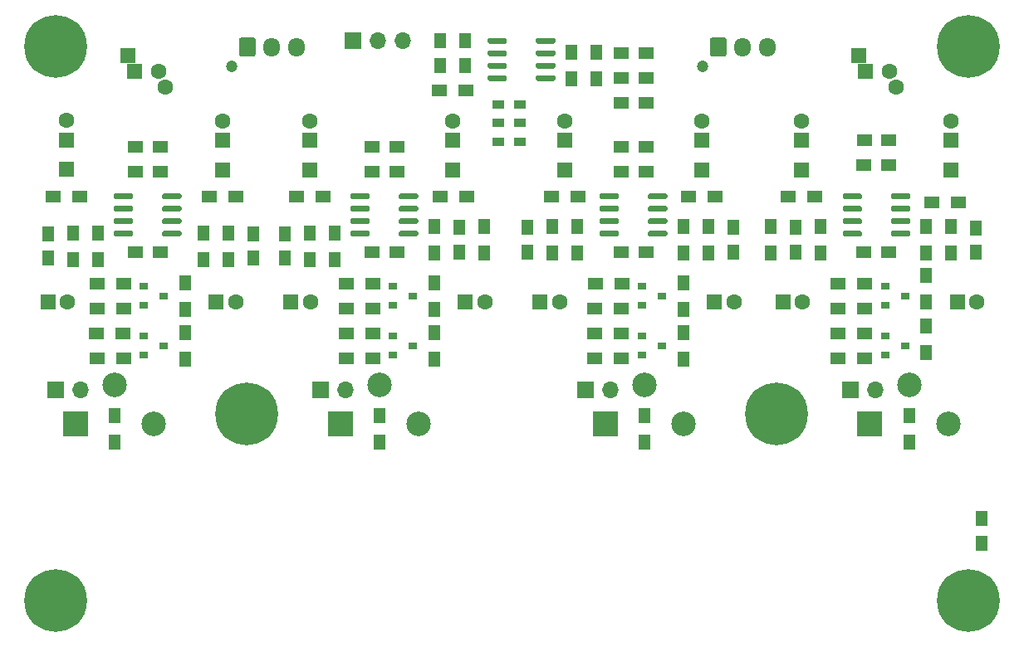
<source format=gts>
%TF.GenerationSoftware,KiCad,Pcbnew,(5.1.9-0-10_14)*%
%TF.CreationDate,2022-01-19T22:12:48+09:00*%
%TF.ProjectId,BalancedDriverBoard,42616c61-6e63-4656-9444-726976657242,rev?*%
%TF.SameCoordinates,Original*%
%TF.FileFunction,Soldermask,Top*%
%TF.FilePolarity,Negative*%
%FSLAX45Y45*%
G04 Gerber Fmt 4.5, Leading zero omitted, Abs format (unit mm)*
G04 Created by KiCad (PCBNEW (5.1.9-0-10_14)) date 2022-01-19 22:12:48*
%MOMM*%
%LPD*%
G01*
G04 APERTURE LIST*
%ADD10C,2.500000*%
%ADD11R,2.500000X2.500000*%
%ADD12R,1.600000X1.600000*%
%ADD13C,1.600000*%
%ADD14R,1.524000X1.524000*%
%ADD15R,1.500000X1.250000*%
%ADD16R,1.250000X1.500000*%
%ADD17R,1.200000X0.900000*%
%ADD18C,6.400000*%
%ADD19C,1.200000*%
%ADD20O,1.700000X1.950000*%
%ADD21R,1.700000X1.700000*%
%ADD22O,1.700000X1.700000*%
%ADD23C,0.800000*%
%ADD24R,0.900000X0.800000*%
%ADD25R,1.500000X1.300000*%
%ADD26R,1.300000X1.500000*%
G04 APERTURE END LIST*
D10*
X14050000Y-12399000D03*
X14450000Y-12800000D03*
D11*
X13650000Y-12800000D03*
X10950000Y-12800000D03*
D10*
X11750000Y-12800000D03*
X11350000Y-12399000D03*
D11*
X8250000Y-12800000D03*
D10*
X9050000Y-12800000D03*
X8650000Y-12399000D03*
X5950000Y-12399000D03*
X6350000Y-12800000D03*
D11*
X5550000Y-12800000D03*
D12*
X14478000Y-9906000D03*
D13*
X14478000Y-9706000D03*
D14*
X14478000Y-10206000D03*
D12*
X12954000Y-9906000D03*
D13*
X12954000Y-9706000D03*
D14*
X12954000Y-10206000D03*
X10541000Y-10206000D03*
D13*
X10541000Y-9706000D03*
D12*
X10541000Y-9906000D03*
X11938000Y-9906000D03*
D13*
X11938000Y-9706000D03*
D14*
X11938000Y-10206000D03*
X9398000Y-10206000D03*
D13*
X9398000Y-9706000D03*
D12*
X9398000Y-9906000D03*
D14*
X7937500Y-10206000D03*
D13*
X7937500Y-9706000D03*
D12*
X7937500Y-9906000D03*
X5461000Y-9900000D03*
D13*
X5461000Y-9700000D03*
D14*
X5461000Y-10200000D03*
X7048500Y-10206000D03*
D13*
X7048500Y-9706000D03*
D12*
X7048500Y-9906000D03*
D15*
X6411500Y-9969500D03*
X6161500Y-9969500D03*
X13841000Y-10160000D03*
X13591000Y-10160000D03*
X8574500Y-9969500D03*
X8824500Y-9969500D03*
X11364500Y-9969500D03*
X11114500Y-9969500D03*
X13843000Y-9906000D03*
X13593000Y-9906000D03*
X11114500Y-10223500D03*
X11364500Y-10223500D03*
X8574500Y-10223500D03*
X8824500Y-10223500D03*
X6161500Y-10223500D03*
X6411500Y-10223500D03*
D16*
X12890500Y-10797000D03*
X12890500Y-11047000D03*
X14732000Y-10799000D03*
X14732000Y-11049000D03*
X10160000Y-10797000D03*
X10160000Y-11047000D03*
X12255500Y-11047000D03*
X12255500Y-10797000D03*
X7683500Y-11110500D03*
X7683500Y-10860500D03*
X9461500Y-11047000D03*
X9461500Y-10797000D03*
X5270500Y-11110500D03*
X5270500Y-10860500D03*
X7366000Y-10860500D03*
X7366000Y-11110500D03*
D15*
X13841000Y-11049000D03*
X13591000Y-11049000D03*
X11364500Y-11049000D03*
X11114500Y-11049000D03*
X8824500Y-11049000D03*
X8574500Y-11049000D03*
X6411500Y-11049000D03*
X6161500Y-11049000D03*
D13*
X12963500Y-11557000D03*
D12*
X12763500Y-11557000D03*
X10287000Y-11557000D03*
D13*
X10487000Y-11557000D03*
D12*
X7747000Y-11557000D03*
D13*
X7947000Y-11557000D03*
D12*
X5270500Y-11557000D03*
D13*
X5470500Y-11557000D03*
D12*
X14541500Y-11557000D03*
D13*
X14741500Y-11557000D03*
X12265000Y-11557000D03*
D12*
X12065000Y-11557000D03*
D13*
X9725000Y-11557000D03*
D12*
X9525000Y-11557000D03*
D13*
X7185000Y-11557000D03*
D12*
X6985000Y-11557000D03*
D15*
X11364500Y-9271000D03*
X11114500Y-9271000D03*
D16*
X9271000Y-8892000D03*
X9271000Y-9142000D03*
X9525000Y-9142000D03*
X9525000Y-8892000D03*
D12*
X13600000Y-9200000D03*
D13*
X13850000Y-9200000D03*
D12*
X13532906Y-9040000D03*
D13*
X13917094Y-9360000D03*
D15*
X11364500Y-9017000D03*
X11114500Y-9017000D03*
D13*
X6467094Y-9360000D03*
D12*
X6082906Y-9040000D03*
D13*
X6400000Y-9200000D03*
D12*
X6150000Y-9200000D03*
D15*
X11364500Y-9525000D03*
X11114500Y-9525000D03*
D17*
X10079500Y-9538500D03*
X9859500Y-9538500D03*
X10079500Y-9729000D03*
X9859500Y-9729000D03*
X9859500Y-9919500D03*
X10079500Y-9919500D03*
D18*
X12700000Y-12700000D03*
X5350000Y-8950000D03*
X14650000Y-8950000D03*
D19*
X11943100Y-9153500D03*
D20*
X12603100Y-8953500D03*
X12353100Y-8953500D03*
G36*
G01*
X12018100Y-9026000D02*
X12018100Y-8881000D01*
G75*
G02*
X12043100Y-8856000I25000J0D01*
G01*
X12163100Y-8856000D01*
G75*
G02*
X12188100Y-8881000I0J-25000D01*
G01*
X12188100Y-9026000D01*
G75*
G02*
X12163100Y-9051000I-25000J0D01*
G01*
X12043100Y-9051000D01*
G75*
G02*
X12018100Y-9026000I0J25000D01*
G01*
G37*
G36*
G01*
X7217500Y-9026000D02*
X7217500Y-8881000D01*
G75*
G02*
X7242500Y-8856000I25000J0D01*
G01*
X7362500Y-8856000D01*
G75*
G02*
X7387500Y-8881000I0J-25000D01*
G01*
X7387500Y-9026000D01*
G75*
G02*
X7362500Y-9051000I-25000J0D01*
G01*
X7242500Y-9051000D01*
G75*
G02*
X7217500Y-9026000I0J25000D01*
G01*
G37*
X7552500Y-8953500D03*
X7802500Y-8953500D03*
D19*
X7142500Y-9153500D03*
D21*
X8382000Y-8890000D03*
D22*
X8636000Y-8890000D03*
X8890000Y-8890000D03*
D23*
X14819706Y-14430294D03*
X14650000Y-14360000D03*
X14480294Y-14430294D03*
X14410000Y-14600000D03*
X14480294Y-14769706D03*
X14650000Y-14840000D03*
X14819706Y-14769706D03*
X14890000Y-14600000D03*
D18*
X14650000Y-14600000D03*
D24*
X14006500Y-11493500D03*
X13806500Y-11588500D03*
X13806500Y-11398500D03*
X11530000Y-11493500D03*
X11330000Y-11588500D03*
X11330000Y-11398500D03*
X8990000Y-11493500D03*
X8790000Y-11588500D03*
X8790000Y-11398500D03*
X6250000Y-11398500D03*
X6250000Y-11588500D03*
X6450000Y-11493500D03*
X13806500Y-11906500D03*
X13806500Y-12096500D03*
X14006500Y-12001500D03*
X11530000Y-12001500D03*
X11330000Y-12096500D03*
X11330000Y-11906500D03*
X8790000Y-11906500D03*
X8790000Y-12096500D03*
X8990000Y-12001500D03*
X6250000Y-11906500D03*
X6250000Y-12096500D03*
X6450000Y-12001500D03*
D25*
X14279500Y-10541000D03*
X14549500Y-10541000D03*
X12073000Y-10477500D03*
X11803000Y-10477500D03*
X9271000Y-10477500D03*
X9541000Y-10477500D03*
X6913500Y-10477500D03*
X7183500Y-10477500D03*
X10676000Y-10477500D03*
X10406000Y-10477500D03*
X5596000Y-10477500D03*
X5326000Y-10477500D03*
X12819000Y-10477500D03*
X13089000Y-10477500D03*
X7802500Y-10477500D03*
X8072500Y-10477500D03*
D26*
X12636500Y-11057000D03*
X12636500Y-10787000D03*
X14478000Y-10787000D03*
X14478000Y-11057000D03*
X10414000Y-11057000D03*
X10414000Y-10787000D03*
X12001500Y-11057000D03*
X12001500Y-10787000D03*
X7937500Y-11120500D03*
X7937500Y-10850500D03*
X9715500Y-11057000D03*
X9715500Y-10787000D03*
X5778500Y-11120500D03*
X5778500Y-10850500D03*
X6858000Y-11120500D03*
X6858000Y-10850500D03*
X13144500Y-10787000D03*
X13144500Y-11057000D03*
X14224000Y-11057000D03*
X14224000Y-10787000D03*
X10668000Y-10787000D03*
X10668000Y-11057000D03*
X11747500Y-11057000D03*
X11747500Y-10787000D03*
X8191500Y-10850500D03*
X8191500Y-11120500D03*
X9207500Y-11057000D03*
X9207500Y-10787000D03*
X5524500Y-10850500D03*
X5524500Y-11120500D03*
X7112000Y-11120500D03*
X7112000Y-10850500D03*
D25*
X13327000Y-11366500D03*
X13597000Y-11366500D03*
X10850500Y-11366500D03*
X11120500Y-11366500D03*
X8580500Y-11366500D03*
X8310500Y-11366500D03*
X5770500Y-11366500D03*
X6040500Y-11366500D03*
X13597000Y-11874500D03*
X13327000Y-11874500D03*
X11112500Y-11874500D03*
X10842500Y-11874500D03*
X8310500Y-11874500D03*
X8580500Y-11874500D03*
X5762500Y-11874500D03*
X6032500Y-11874500D03*
D26*
X14224000Y-11287000D03*
X14224000Y-11557000D03*
X11747500Y-11358500D03*
X11747500Y-11628500D03*
X9207500Y-11358500D03*
X9207500Y-11628500D03*
X6667500Y-11628500D03*
X6667500Y-11358500D03*
X14224000Y-12073000D03*
X14224000Y-11803000D03*
X11747500Y-11866500D03*
X11747500Y-12136500D03*
X9207500Y-12136500D03*
X9207500Y-11866500D03*
X6667500Y-12136500D03*
X6667500Y-11866500D03*
D25*
X13327000Y-11620500D03*
X13597000Y-11620500D03*
X10842500Y-11620500D03*
X11112500Y-11620500D03*
X8310500Y-11620500D03*
X8580500Y-11620500D03*
X6040500Y-11620500D03*
X5770500Y-11620500D03*
X13597000Y-12128500D03*
X13327000Y-12128500D03*
X11112500Y-12128500D03*
X10842500Y-12128500D03*
X8580500Y-12128500D03*
X8310500Y-12128500D03*
X6040500Y-12128500D03*
X5770500Y-12128500D03*
X9263000Y-9398000D03*
X9533000Y-9398000D03*
D26*
X10604500Y-9279000D03*
X10604500Y-9009000D03*
X10858500Y-9279000D03*
X10858500Y-9009000D03*
G36*
G01*
X13371000Y-10492500D02*
X13371000Y-10462500D01*
G75*
G02*
X13386000Y-10447500I15000J0D01*
G01*
X13551000Y-10447500D01*
G75*
G02*
X13566000Y-10462500I0J-15000D01*
G01*
X13566000Y-10492500D01*
G75*
G02*
X13551000Y-10507500I-15000J0D01*
G01*
X13386000Y-10507500D01*
G75*
G02*
X13371000Y-10492500I0J15000D01*
G01*
G37*
G36*
G01*
X13371000Y-10619500D02*
X13371000Y-10589500D01*
G75*
G02*
X13386000Y-10574500I15000J0D01*
G01*
X13551000Y-10574500D01*
G75*
G02*
X13566000Y-10589500I0J-15000D01*
G01*
X13566000Y-10619500D01*
G75*
G02*
X13551000Y-10634500I-15000J0D01*
G01*
X13386000Y-10634500D01*
G75*
G02*
X13371000Y-10619500I0J15000D01*
G01*
G37*
G36*
G01*
X13371000Y-10746500D02*
X13371000Y-10716500D01*
G75*
G02*
X13386000Y-10701500I15000J0D01*
G01*
X13551000Y-10701500D01*
G75*
G02*
X13566000Y-10716500I0J-15000D01*
G01*
X13566000Y-10746500D01*
G75*
G02*
X13551000Y-10761500I-15000J0D01*
G01*
X13386000Y-10761500D01*
G75*
G02*
X13371000Y-10746500I0J15000D01*
G01*
G37*
G36*
G01*
X13371000Y-10873500D02*
X13371000Y-10843500D01*
G75*
G02*
X13386000Y-10828500I15000J0D01*
G01*
X13551000Y-10828500D01*
G75*
G02*
X13566000Y-10843500I0J-15000D01*
G01*
X13566000Y-10873500D01*
G75*
G02*
X13551000Y-10888500I-15000J0D01*
G01*
X13386000Y-10888500D01*
G75*
G02*
X13371000Y-10873500I0J15000D01*
G01*
G37*
G36*
G01*
X13866000Y-10873500D02*
X13866000Y-10843500D01*
G75*
G02*
X13881000Y-10828500I15000J0D01*
G01*
X14046000Y-10828500D01*
G75*
G02*
X14061000Y-10843500I0J-15000D01*
G01*
X14061000Y-10873500D01*
G75*
G02*
X14046000Y-10888500I-15000J0D01*
G01*
X13881000Y-10888500D01*
G75*
G02*
X13866000Y-10873500I0J15000D01*
G01*
G37*
G36*
G01*
X13866000Y-10746500D02*
X13866000Y-10716500D01*
G75*
G02*
X13881000Y-10701500I15000J0D01*
G01*
X14046000Y-10701500D01*
G75*
G02*
X14061000Y-10716500I0J-15000D01*
G01*
X14061000Y-10746500D01*
G75*
G02*
X14046000Y-10761500I-15000J0D01*
G01*
X13881000Y-10761500D01*
G75*
G02*
X13866000Y-10746500I0J15000D01*
G01*
G37*
G36*
G01*
X13866000Y-10619500D02*
X13866000Y-10589500D01*
G75*
G02*
X13881000Y-10574500I15000J0D01*
G01*
X14046000Y-10574500D01*
G75*
G02*
X14061000Y-10589500I0J-15000D01*
G01*
X14061000Y-10619500D01*
G75*
G02*
X14046000Y-10634500I-15000J0D01*
G01*
X13881000Y-10634500D01*
G75*
G02*
X13866000Y-10619500I0J15000D01*
G01*
G37*
G36*
G01*
X13866000Y-10492500D02*
X13866000Y-10462500D01*
G75*
G02*
X13881000Y-10447500I15000J0D01*
G01*
X14046000Y-10447500D01*
G75*
G02*
X14061000Y-10462500I0J-15000D01*
G01*
X14061000Y-10492500D01*
G75*
G02*
X14046000Y-10507500I-15000J0D01*
G01*
X13881000Y-10507500D01*
G75*
G02*
X13866000Y-10492500I0J15000D01*
G01*
G37*
G36*
G01*
X10894500Y-10492500D02*
X10894500Y-10462500D01*
G75*
G02*
X10909500Y-10447500I15000J0D01*
G01*
X11074500Y-10447500D01*
G75*
G02*
X11089500Y-10462500I0J-15000D01*
G01*
X11089500Y-10492500D01*
G75*
G02*
X11074500Y-10507500I-15000J0D01*
G01*
X10909500Y-10507500D01*
G75*
G02*
X10894500Y-10492500I0J15000D01*
G01*
G37*
G36*
G01*
X10894500Y-10619500D02*
X10894500Y-10589500D01*
G75*
G02*
X10909500Y-10574500I15000J0D01*
G01*
X11074500Y-10574500D01*
G75*
G02*
X11089500Y-10589500I0J-15000D01*
G01*
X11089500Y-10619500D01*
G75*
G02*
X11074500Y-10634500I-15000J0D01*
G01*
X10909500Y-10634500D01*
G75*
G02*
X10894500Y-10619500I0J15000D01*
G01*
G37*
G36*
G01*
X10894500Y-10746500D02*
X10894500Y-10716500D01*
G75*
G02*
X10909500Y-10701500I15000J0D01*
G01*
X11074500Y-10701500D01*
G75*
G02*
X11089500Y-10716500I0J-15000D01*
G01*
X11089500Y-10746500D01*
G75*
G02*
X11074500Y-10761500I-15000J0D01*
G01*
X10909500Y-10761500D01*
G75*
G02*
X10894500Y-10746500I0J15000D01*
G01*
G37*
G36*
G01*
X10894500Y-10873500D02*
X10894500Y-10843500D01*
G75*
G02*
X10909500Y-10828500I15000J0D01*
G01*
X11074500Y-10828500D01*
G75*
G02*
X11089500Y-10843500I0J-15000D01*
G01*
X11089500Y-10873500D01*
G75*
G02*
X11074500Y-10888500I-15000J0D01*
G01*
X10909500Y-10888500D01*
G75*
G02*
X10894500Y-10873500I0J15000D01*
G01*
G37*
G36*
G01*
X11389500Y-10873500D02*
X11389500Y-10843500D01*
G75*
G02*
X11404500Y-10828500I15000J0D01*
G01*
X11569500Y-10828500D01*
G75*
G02*
X11584500Y-10843500I0J-15000D01*
G01*
X11584500Y-10873500D01*
G75*
G02*
X11569500Y-10888500I-15000J0D01*
G01*
X11404500Y-10888500D01*
G75*
G02*
X11389500Y-10873500I0J15000D01*
G01*
G37*
G36*
G01*
X11389500Y-10746500D02*
X11389500Y-10716500D01*
G75*
G02*
X11404500Y-10701500I15000J0D01*
G01*
X11569500Y-10701500D01*
G75*
G02*
X11584500Y-10716500I0J-15000D01*
G01*
X11584500Y-10746500D01*
G75*
G02*
X11569500Y-10761500I-15000J0D01*
G01*
X11404500Y-10761500D01*
G75*
G02*
X11389500Y-10746500I0J15000D01*
G01*
G37*
G36*
G01*
X11389500Y-10619500D02*
X11389500Y-10589500D01*
G75*
G02*
X11404500Y-10574500I15000J0D01*
G01*
X11569500Y-10574500D01*
G75*
G02*
X11584500Y-10589500I0J-15000D01*
G01*
X11584500Y-10619500D01*
G75*
G02*
X11569500Y-10634500I-15000J0D01*
G01*
X11404500Y-10634500D01*
G75*
G02*
X11389500Y-10619500I0J15000D01*
G01*
G37*
G36*
G01*
X11389500Y-10492500D02*
X11389500Y-10462500D01*
G75*
G02*
X11404500Y-10447500I15000J0D01*
G01*
X11569500Y-10447500D01*
G75*
G02*
X11584500Y-10462500I0J-15000D01*
G01*
X11584500Y-10492500D01*
G75*
G02*
X11569500Y-10507500I-15000J0D01*
G01*
X11404500Y-10507500D01*
G75*
G02*
X11389500Y-10492500I0J15000D01*
G01*
G37*
G36*
G01*
X8354500Y-10492500D02*
X8354500Y-10462500D01*
G75*
G02*
X8369500Y-10447500I15000J0D01*
G01*
X8534500Y-10447500D01*
G75*
G02*
X8549500Y-10462500I0J-15000D01*
G01*
X8549500Y-10492500D01*
G75*
G02*
X8534500Y-10507500I-15000J0D01*
G01*
X8369500Y-10507500D01*
G75*
G02*
X8354500Y-10492500I0J15000D01*
G01*
G37*
G36*
G01*
X8354500Y-10619500D02*
X8354500Y-10589500D01*
G75*
G02*
X8369500Y-10574500I15000J0D01*
G01*
X8534500Y-10574500D01*
G75*
G02*
X8549500Y-10589500I0J-15000D01*
G01*
X8549500Y-10619500D01*
G75*
G02*
X8534500Y-10634500I-15000J0D01*
G01*
X8369500Y-10634500D01*
G75*
G02*
X8354500Y-10619500I0J15000D01*
G01*
G37*
G36*
G01*
X8354500Y-10746500D02*
X8354500Y-10716500D01*
G75*
G02*
X8369500Y-10701500I15000J0D01*
G01*
X8534500Y-10701500D01*
G75*
G02*
X8549500Y-10716500I0J-15000D01*
G01*
X8549500Y-10746500D01*
G75*
G02*
X8534500Y-10761500I-15000J0D01*
G01*
X8369500Y-10761500D01*
G75*
G02*
X8354500Y-10746500I0J15000D01*
G01*
G37*
G36*
G01*
X8354500Y-10873500D02*
X8354500Y-10843500D01*
G75*
G02*
X8369500Y-10828500I15000J0D01*
G01*
X8534500Y-10828500D01*
G75*
G02*
X8549500Y-10843500I0J-15000D01*
G01*
X8549500Y-10873500D01*
G75*
G02*
X8534500Y-10888500I-15000J0D01*
G01*
X8369500Y-10888500D01*
G75*
G02*
X8354500Y-10873500I0J15000D01*
G01*
G37*
G36*
G01*
X8849500Y-10873500D02*
X8849500Y-10843500D01*
G75*
G02*
X8864500Y-10828500I15000J0D01*
G01*
X9029500Y-10828500D01*
G75*
G02*
X9044500Y-10843500I0J-15000D01*
G01*
X9044500Y-10873500D01*
G75*
G02*
X9029500Y-10888500I-15000J0D01*
G01*
X8864500Y-10888500D01*
G75*
G02*
X8849500Y-10873500I0J15000D01*
G01*
G37*
G36*
G01*
X8849500Y-10746500D02*
X8849500Y-10716500D01*
G75*
G02*
X8864500Y-10701500I15000J0D01*
G01*
X9029500Y-10701500D01*
G75*
G02*
X9044500Y-10716500I0J-15000D01*
G01*
X9044500Y-10746500D01*
G75*
G02*
X9029500Y-10761500I-15000J0D01*
G01*
X8864500Y-10761500D01*
G75*
G02*
X8849500Y-10746500I0J15000D01*
G01*
G37*
G36*
G01*
X8849500Y-10619500D02*
X8849500Y-10589500D01*
G75*
G02*
X8864500Y-10574500I15000J0D01*
G01*
X9029500Y-10574500D01*
G75*
G02*
X9044500Y-10589500I0J-15000D01*
G01*
X9044500Y-10619500D01*
G75*
G02*
X9029500Y-10634500I-15000J0D01*
G01*
X8864500Y-10634500D01*
G75*
G02*
X8849500Y-10619500I0J15000D01*
G01*
G37*
G36*
G01*
X8849500Y-10492500D02*
X8849500Y-10462500D01*
G75*
G02*
X8864500Y-10447500I15000J0D01*
G01*
X9029500Y-10447500D01*
G75*
G02*
X9044500Y-10462500I0J-15000D01*
G01*
X9044500Y-10492500D01*
G75*
G02*
X9029500Y-10507500I-15000J0D01*
G01*
X8864500Y-10507500D01*
G75*
G02*
X8849500Y-10492500I0J15000D01*
G01*
G37*
G36*
G01*
X6436500Y-10492500D02*
X6436500Y-10462500D01*
G75*
G02*
X6451500Y-10447500I15000J0D01*
G01*
X6616500Y-10447500D01*
G75*
G02*
X6631500Y-10462500I0J-15000D01*
G01*
X6631500Y-10492500D01*
G75*
G02*
X6616500Y-10507500I-15000J0D01*
G01*
X6451500Y-10507500D01*
G75*
G02*
X6436500Y-10492500I0J15000D01*
G01*
G37*
G36*
G01*
X6436500Y-10619500D02*
X6436500Y-10589500D01*
G75*
G02*
X6451500Y-10574500I15000J0D01*
G01*
X6616500Y-10574500D01*
G75*
G02*
X6631500Y-10589500I0J-15000D01*
G01*
X6631500Y-10619500D01*
G75*
G02*
X6616500Y-10634500I-15000J0D01*
G01*
X6451500Y-10634500D01*
G75*
G02*
X6436500Y-10619500I0J15000D01*
G01*
G37*
G36*
G01*
X6436500Y-10746500D02*
X6436500Y-10716500D01*
G75*
G02*
X6451500Y-10701500I15000J0D01*
G01*
X6616500Y-10701500D01*
G75*
G02*
X6631500Y-10716500I0J-15000D01*
G01*
X6631500Y-10746500D01*
G75*
G02*
X6616500Y-10761500I-15000J0D01*
G01*
X6451500Y-10761500D01*
G75*
G02*
X6436500Y-10746500I0J15000D01*
G01*
G37*
G36*
G01*
X6436500Y-10873500D02*
X6436500Y-10843500D01*
G75*
G02*
X6451500Y-10828500I15000J0D01*
G01*
X6616500Y-10828500D01*
G75*
G02*
X6631500Y-10843500I0J-15000D01*
G01*
X6631500Y-10873500D01*
G75*
G02*
X6616500Y-10888500I-15000J0D01*
G01*
X6451500Y-10888500D01*
G75*
G02*
X6436500Y-10873500I0J15000D01*
G01*
G37*
G36*
G01*
X5941500Y-10873500D02*
X5941500Y-10843500D01*
G75*
G02*
X5956500Y-10828500I15000J0D01*
G01*
X6121500Y-10828500D01*
G75*
G02*
X6136500Y-10843500I0J-15000D01*
G01*
X6136500Y-10873500D01*
G75*
G02*
X6121500Y-10888500I-15000J0D01*
G01*
X5956500Y-10888500D01*
G75*
G02*
X5941500Y-10873500I0J15000D01*
G01*
G37*
G36*
G01*
X5941500Y-10746500D02*
X5941500Y-10716500D01*
G75*
G02*
X5956500Y-10701500I15000J0D01*
G01*
X6121500Y-10701500D01*
G75*
G02*
X6136500Y-10716500I0J-15000D01*
G01*
X6136500Y-10746500D01*
G75*
G02*
X6121500Y-10761500I-15000J0D01*
G01*
X5956500Y-10761500D01*
G75*
G02*
X5941500Y-10746500I0J15000D01*
G01*
G37*
G36*
G01*
X5941500Y-10619500D02*
X5941500Y-10589500D01*
G75*
G02*
X5956500Y-10574500I15000J0D01*
G01*
X6121500Y-10574500D01*
G75*
G02*
X6136500Y-10589500I0J-15000D01*
G01*
X6136500Y-10619500D01*
G75*
G02*
X6121500Y-10634500I-15000J0D01*
G01*
X5956500Y-10634500D01*
G75*
G02*
X5941500Y-10619500I0J15000D01*
G01*
G37*
G36*
G01*
X5941500Y-10492500D02*
X5941500Y-10462500D01*
G75*
G02*
X5956500Y-10447500I15000J0D01*
G01*
X6121500Y-10447500D01*
G75*
G02*
X6136500Y-10462500I0J-15000D01*
G01*
X6136500Y-10492500D01*
G75*
G02*
X6121500Y-10507500I-15000J0D01*
G01*
X5956500Y-10507500D01*
G75*
G02*
X5941500Y-10492500I0J15000D01*
G01*
G37*
G36*
G01*
X9946500Y-9256000D02*
X9946500Y-9286000D01*
G75*
G02*
X9931500Y-9301000I-15000J0D01*
G01*
X9766500Y-9301000D01*
G75*
G02*
X9751500Y-9286000I0J15000D01*
G01*
X9751500Y-9256000D01*
G75*
G02*
X9766500Y-9241000I15000J0D01*
G01*
X9931500Y-9241000D01*
G75*
G02*
X9946500Y-9256000I0J-15000D01*
G01*
G37*
G36*
G01*
X9946500Y-9129000D02*
X9946500Y-9159000D01*
G75*
G02*
X9931500Y-9174000I-15000J0D01*
G01*
X9766500Y-9174000D01*
G75*
G02*
X9751500Y-9159000I0J15000D01*
G01*
X9751500Y-9129000D01*
G75*
G02*
X9766500Y-9114000I15000J0D01*
G01*
X9931500Y-9114000D01*
G75*
G02*
X9946500Y-9129000I0J-15000D01*
G01*
G37*
G36*
G01*
X9946500Y-9002000D02*
X9946500Y-9032000D01*
G75*
G02*
X9931500Y-9047000I-15000J0D01*
G01*
X9766500Y-9047000D01*
G75*
G02*
X9751500Y-9032000I0J15000D01*
G01*
X9751500Y-9002000D01*
G75*
G02*
X9766500Y-8987000I15000J0D01*
G01*
X9931500Y-8987000D01*
G75*
G02*
X9946500Y-9002000I0J-15000D01*
G01*
G37*
G36*
G01*
X9946500Y-8875000D02*
X9946500Y-8905000D01*
G75*
G02*
X9931500Y-8920000I-15000J0D01*
G01*
X9766500Y-8920000D01*
G75*
G02*
X9751500Y-8905000I0J15000D01*
G01*
X9751500Y-8875000D01*
G75*
G02*
X9766500Y-8860000I15000J0D01*
G01*
X9931500Y-8860000D01*
G75*
G02*
X9946500Y-8875000I0J-15000D01*
G01*
G37*
G36*
G01*
X10441500Y-8875000D02*
X10441500Y-8905000D01*
G75*
G02*
X10426500Y-8920000I-15000J0D01*
G01*
X10261500Y-8920000D01*
G75*
G02*
X10246500Y-8905000I0J15000D01*
G01*
X10246500Y-8875000D01*
G75*
G02*
X10261500Y-8860000I15000J0D01*
G01*
X10426500Y-8860000D01*
G75*
G02*
X10441500Y-8875000I0J-15000D01*
G01*
G37*
G36*
G01*
X10441500Y-9002000D02*
X10441500Y-9032000D01*
G75*
G02*
X10426500Y-9047000I-15000J0D01*
G01*
X10261500Y-9047000D01*
G75*
G02*
X10246500Y-9032000I0J15000D01*
G01*
X10246500Y-9002000D01*
G75*
G02*
X10261500Y-8987000I15000J0D01*
G01*
X10426500Y-8987000D01*
G75*
G02*
X10441500Y-9002000I0J-15000D01*
G01*
G37*
G36*
G01*
X10441500Y-9129000D02*
X10441500Y-9159000D01*
G75*
G02*
X10426500Y-9174000I-15000J0D01*
G01*
X10261500Y-9174000D01*
G75*
G02*
X10246500Y-9159000I0J15000D01*
G01*
X10246500Y-9129000D01*
G75*
G02*
X10261500Y-9114000I15000J0D01*
G01*
X10426500Y-9114000D01*
G75*
G02*
X10441500Y-9129000I0J-15000D01*
G01*
G37*
G36*
G01*
X10441500Y-9256000D02*
X10441500Y-9286000D01*
G75*
G02*
X10426500Y-9301000I-15000J0D01*
G01*
X10261500Y-9301000D01*
G75*
G02*
X10246500Y-9286000I0J15000D01*
G01*
X10246500Y-9256000D01*
G75*
G02*
X10261500Y-9241000I15000J0D01*
G01*
X10426500Y-9241000D01*
G75*
G02*
X10441500Y-9256000I0J-15000D01*
G01*
G37*
D18*
X7300000Y-12700000D03*
X5350000Y-14600000D03*
D22*
X13704000Y-12450000D03*
D21*
X13450000Y-12450000D03*
X10750000Y-12450000D03*
D22*
X11004000Y-12450000D03*
X8304000Y-12450000D03*
D21*
X8050000Y-12450000D03*
X5350000Y-12450000D03*
D22*
X5604000Y-12450000D03*
D26*
X14050000Y-12985000D03*
X14050000Y-12715000D03*
X11350000Y-12715000D03*
X11350000Y-12985000D03*
X8650000Y-12715000D03*
X8650000Y-12985000D03*
X5950000Y-12985000D03*
X5950000Y-12715000D03*
D16*
X14790000Y-14015000D03*
X14790000Y-13765000D03*
M02*

</source>
